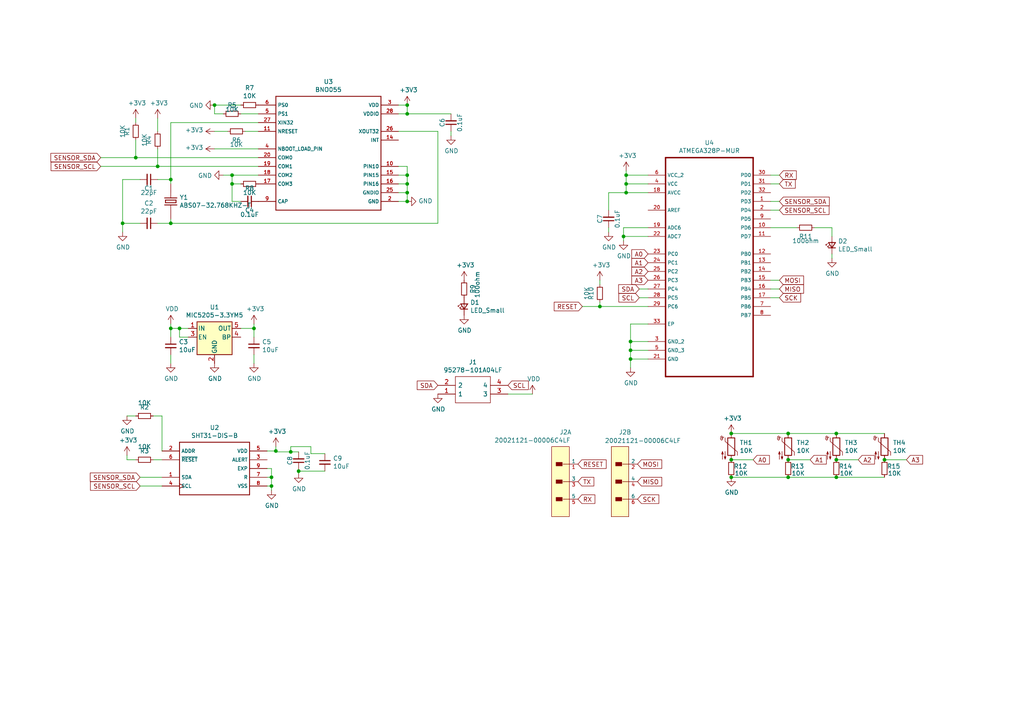
<source format=kicad_sch>
(kicad_sch (version 20200714) (host eeschema "(5.99.0-2415-gbbdd3fce7)")
  (page 1 1)
  (paper "A4")
  (title_block (title "Vine Sensing Hoop") (date "2020-07-25") (rev "1"))
  (lib_symbols
    (symbol "6pin:20021121-00006C4LF" (pin_names (offset 0))
      (property "Reference" "J" (at 0 7.62 0))
      (property "Value" "20021121-00006C4LF" (at 0 10.16 0))
      (symbol "20021121-00006C4LF_1_1"
        (rectangle (start -10.16 5.08) (end -5.08 -15.24) (fill (type background)))
        (rectangle (start -8.89 0.508) (end -7.112 -0.508) (fill (type outline)))
        (rectangle (start -8.89 -4.572) (end -7.112 -5.588) (fill (type outline)))
        (rectangle (start -8.89 -9.652) (end -7.112 -10.668) (fill (type outline)))
        (polyline (pts (xy -6.858 0) (xy -5.08 0)))
        (polyline (pts (xy -6.858 -5.08) (xy -5.08 -5.08)))
        (polyline (pts (xy -6.858 -10.16) (xy -5.08 -10.16)))
        (pin passive line (at -2.54 0 180) (length 2.54) (name "1") (number "1"))
        (pin passive line (at -2.54 -5.08 180) (length 2.54) (name "3") (number "3"))
        (pin passive line (at -2.54 -10.16 180) (length 2.54) (name "5") (number "5"))
      )
      (symbol "20021121-00006C4LF_2_1"
        (rectangle (start -10.16 5.08) (end -5.08 -15.24) (fill (type background)))
        (rectangle (start -8.89 0.508) (end -7.112 -0.508) (fill (type outline)))
        (rectangle (start -8.89 -4.572) (end -7.112 -5.588) (fill (type outline)))
        (rectangle (start -8.89 -9.652) (end -7.112 -10.668) (fill (type outline)))
        (polyline (pts (xy -6.858 0) (xy -5.08 0)))
        (polyline (pts (xy -6.858 -5.08) (xy -5.08 -5.08)))
        (polyline (pts (xy -6.858 -10.16) (xy -5.08 -10.16)))
        (pin passive line (at -2.54 0 180) (length 2.54) (name "2") (number "2"))
        (pin passive line (at -2.54 -5.08 180) (length 2.54) (name "4") (number "4"))
        (pin passive line (at -2.54 -10.16 180) (length 2.54) (name "6") (number "6"))
      )
    )
    (symbol "95278-101A04LF:95278-101A04LF" (pin_names (offset 0.762))
      (property "Reference" "J" (at 16.51 7.62 0))
      (property "Value" "95278-101A04LF" (at 16.51 5.08 0))
      (symbol "95278-101A04LF_0_1"
        (polyline (pts (xy 5.08 2.54) (xy 15.24 2.54) (xy 15.24 -5.08) (xy 5.08 -5.08) (xy 5.08 2.54)) (stroke (width 0.1524)))
      )
      (symbol "95278-101A04LF_0_0"
        (pin passive line (at 0 -2.54 0) (length 5.08) (name "1") (number "1"))
        (pin passive line (at 0 0 0) (length 5.08) (name "2") (number "2"))
        (pin passive line (at 20.32 -2.54 180) (length 5.08) (name "3") (number "3"))
        (pin passive line (at 20.32 0 180) (length 5.08) (name "4") (number "4"))
      )
    )
    (symbol "ABS07-32.768KHZ-T:ABS07-32.768KHZ-T" (pin_numbers hide) (pin_names hide)
      (property "Reference" "Y" (at -4.826 2.54 0))
      (property "Value" "ABS07-32.768KHZ-T" (at -4.826 -4.064 0))
      (symbol "ABS07-32.768KHZ-T_0_0"
        (polyline (pts (xy 1.016 0) (xy 2.54 0)) (stroke (width 0.1524)))
        (polyline (pts (xy -2.54 0) (xy -1.016 0)) (stroke (width 0.1524)))
        (polyline (pts (xy -0.381 1.524) (xy -0.381 -1.524)) (stroke (width 0.254)))
        (polyline (pts (xy -0.381 -1.524) (xy 0.381 -1.524)) (stroke (width 0.254)))
        (polyline (pts (xy 0.381 -1.524) (xy 0.381 1.524)) (stroke (width 0.254)))
        (polyline (pts (xy 0.381 1.524) (xy -0.381 1.524)) (stroke (width 0.254)))
        (polyline (pts (xy 1.016 1.778) (xy 1.016 -1.778)) (stroke (width 0.254)))
        (polyline (pts (xy -1.016 1.778) (xy -1.016 -1.778)) (stroke (width 0.254)))
        (pin passive line (at 5.08 0 180) (length 2.54) (name "~") (number "2"))
        (pin passive line (at -5.08 0 0) (length 2.54) (name "~") (number "1"))
      )
    )
    (symbol "ATMEGA328P-MUR:ATMEGA328P-MUR"
      (property "Reference" "U" (at -5.6388 28.7528 0))
      (property "Value" "ATMEGA328P-MUR" (at -3.9116 -38.735 0))
      (symbol "ATMEGA328P-MUR_0_0"
        (polyline (pts (xy -12.7 27.94) (xy -12.7 -35.56)) (stroke (width 0.4064)))
        (polyline (pts (xy -12.7 -35.56) (xy 12.7 -35.56)) (stroke (width 0.4064)))
        (polyline (pts (xy 12.7 -35.56) (xy 12.7 27.94)) (stroke (width 0.4064)))
        (polyline (pts (xy 12.7 27.94) (xy -12.7 27.94)) (stroke (width 0.4064)))
        (pin power_in line (at -17.78 22.86 0) (length 5.08) (name "VCC_2") (number "6"))
        (pin power_in line (at -17.78 20.32 0) (length 5.08) (name "VCC") (number "4"))
        (pin power_in line (at -17.78 17.78 0) (length 5.08) (name "AVCC") (number "18"))
        (pin input line (at -17.78 12.7 0) (length 5.08) (name "AREF") (number "20"))
        (pin input line (at -17.78 7.62 0) (length 5.08) (name "ADC6") (number "19"))
        (pin input line (at -17.78 5.08 0) (length 5.08) (name "ADC7") (number "22"))
        (pin bidirectional line (at -17.78 0 0) (length 5.08) (name "PC0") (number "23"))
        (pin bidirectional line (at -17.78 -2.54 0) (length 5.08) (name "PC1") (number "24"))
        (pin bidirectional line (at -17.78 -5.08 0) (length 5.08) (name "PC2") (number "25"))
        (pin bidirectional line (at -17.78 -7.62 0) (length 5.08) (name "PC3") (number "26"))
        (pin bidirectional line (at -17.78 -10.16 0) (length 5.08) (name "PC4") (number "27"))
        (pin bidirectional line (at -17.78 -12.7 0) (length 5.08) (name "PC5") (number "28"))
        (pin bidirectional line (at -17.78 -15.24 0) (length 5.08) (name "PC6") (number "29"))
        (pin passive line (at -17.78 -20.32 0) (length 5.08) (name "EP") (number "33"))
        (pin passive line (at -17.78 -25.4 0) (length 5.08) (name "GND_2") (number "3"))
        (pin passive line (at -17.78 -27.94 0) (length 5.08) (name "GND_3") (number "5"))
        (pin passive line (at -17.78 -30.48 0) (length 5.08) (name "GND") (number "21"))
        (pin bidirectional line (at 17.78 22.86 180) (length 5.08) (name "PD0") (number "30"))
        (pin bidirectional line (at 17.78 20.32 180) (length 5.08) (name "PD1") (number "31"))
        (pin bidirectional line (at 17.78 17.78 180) (length 5.08) (name "PD2") (number "32"))
        (pin bidirectional line (at 17.78 15.24 180) (length 5.08) (name "PD3") (number "1"))
        (pin bidirectional line (at 17.78 12.7 180) (length 5.08) (name "PD4") (number "2"))
        (pin bidirectional line (at 17.78 10.16 180) (length 5.08) (name "PD5") (number "9"))
        (pin bidirectional line (at 17.78 7.62 180) (length 5.08) (name "PD6") (number "10"))
        (pin bidirectional line (at 17.78 5.08 180) (length 5.08) (name "PD7") (number "11"))
        (pin bidirectional line (at 17.78 0 180) (length 5.08) (name "PB0") (number "12"))
        (pin bidirectional line (at 17.78 -2.54 180) (length 5.08) (name "PB1") (number "13"))
        (pin bidirectional line (at 17.78 -5.08 180) (length 5.08) (name "PB2") (number "14"))
        (pin bidirectional line (at 17.78 -7.62 180) (length 5.08) (name "PB3") (number "15"))
        (pin bidirectional line (at 17.78 -10.16 180) (length 5.08) (name "PB4") (number "16"))
        (pin bidirectional line (at 17.78 -12.7 180) (length 5.08) (name "PB5") (number "17"))
        (pin bidirectional line (at 17.78 -15.24 180) (length 5.08) (name "PB6") (number "7"))
        (pin bidirectional line (at 17.78 -17.78 180) (length 5.08) (name "PB7") (number "8"))
      )
    )
    (symbol "BNO055:BNO055"
      (property "Reference" "U" (at -14.732 15.748 0))
      (property "Value" "BNO055" (at -14.7574 -19.6088 0))
      (symbol "BNO055_0_0"
        (polyline (pts (xy -15.24 15.24) (xy -15.24 -17.78)) (stroke (width 0.254)))
        (polyline (pts (xy -15.24 -17.78) (xy 15.24 -17.78)) (stroke (width 0.254)))
        (polyline (pts (xy 15.24 -17.78) (xy 15.24 15.24)) (stroke (width 0.254)))
        (polyline (pts (xy 15.24 15.24) (xy -15.24 15.24)) (stroke (width 0.254)))
        (pin power_in line (at 20.32 -15.24 180) (length 5.08) (name "GND") (number "2"))
        (pin power_in line (at 20.32 12.7 180) (length 5.08) (name "VDD") (number "3"))
        (pin bidirectional line (at -20.32 0 0) (length 5.08) (name "NBOOT_LOAD_PIN") (number "4"))
        (pin input line (at -20.32 12.7 0) (length 5.08) (name "PS0") (number "6"))
        (pin input line (at -20.32 10.16 0) (length 5.08) (name "PS1") (number "5"))
        (pin passive line (at -20.32 -15.24 0) (length 5.08) (name "CAP") (number "9"))
        (pin power_in line (at 20.32 -5.08 180) (length 5.08) (name "PIN10") (number "10"))
        (pin input line (at -20.32 5.08 0) (length 5.08) (name "NRESET") (number "11"))
        (pin output line (at 20.32 2.54 180) (length 5.08) (name "INT") (number "14"))
        (pin power_in line (at 20.32 -7.62 180) (length 5.08) (name "PIN15") (number "15"))
        (pin power_in line (at 20.32 -10.16 180) (length 5.08) (name "PIN16") (number "16"))
        (pin bidirectional line (at -20.32 -2.54 0) (length 5.08) (name "COM0") (number "20"))
        (pin bidirectional line (at -20.32 -5.08 0) (length 5.08) (name "COM1") (number "19"))
        (pin bidirectional line (at -20.32 -7.62 0) (length 5.08) (name "COM2") (number "18"))
        (pin bidirectional line (at -20.32 -10.16 0) (length 5.08) (name "COM3") (number "17"))
        (pin power_in line (at 20.32 -12.7 180) (length 5.08) (name "GNDIO") (number "25"))
        (pin output line (at 20.32 5.08 180) (length 5.08) (name "XOUT32") (number "26"))
        (pin input line (at -20.32 7.62 0) (length 5.08) (name "XIN32") (number "27"))
        (pin power_in line (at 20.32 10.16 180) (length 5.08) (name "VDDIO") (number "28"))
      )
    )
    (symbol "Device:C_Small" (pin_numbers hide) (pin_names (offset 0.254) hide)
      (property "Reference" "C" (at 0.254 1.778 0))
      (property "Value" "C_Small" (at 0.254 -2.032 0))
      (symbol "C_Small_0_1"
        (polyline (pts (xy -1.524 -0.508) (xy 1.524 -0.508)) (stroke (width 0.3302)))
        (polyline (pts (xy -1.524 0.508) (xy 1.524 0.508)) (stroke (width 0.3048)))
      )
      (symbol "C_Small_1_1"
        (pin passive line (at 0 2.54 270) (length 2.032) (name "~") (number "1"))
        (pin passive line (at 0 -2.54 90) (length 2.032) (name "~") (number "2"))
      )
    )
    (symbol "Device:LED_Small" (pin_numbers hide) (pin_names (offset 0.254) hide)
      (property "Reference" "D" (at -1.27 3.175 0))
      (property "Value" "LED_Small" (at -4.445 -2.54 0))
      (symbol "LED_Small_0_1"
        (polyline (pts (xy -0.762 -1.016) (xy -0.762 1.016)) (stroke (width 0.254)))
        (polyline (pts (xy 1.016 0) (xy -0.762 0)))
        (polyline (pts (xy 0.762 -1.016) (xy -0.762 0) (xy 0.762 1.016) (xy 0.762 -1.016)) (stroke (width 0.254)))
        (polyline (pts (xy 0 0.762) (xy -0.508 1.27) (xy -0.254 1.27) (xy -0.508 1.27) (xy -0.508 1.016)))
        (polyline (pts (xy 0.508 1.27) (xy 0 1.778) (xy 0.254 1.778) (xy 0 1.778) (xy 0 1.524)))
      )
      (symbol "LED_Small_1_1"
        (pin passive line (at -2.54 0 0) (length 1.778) (name "K") (number "1"))
        (pin passive line (at 2.54 0 180) (length 1.778) (name "A") (number "2"))
      )
    )
    (symbol "Device:R_Small" (pin_numbers hide) (pin_names (offset 0.254) hide)
      (property "Reference" "R" (at 0.762 0.508 0))
      (property "Value" "R_Small" (at 0.762 -1.016 0))
      (symbol "R_Small_0_1"
        (rectangle (start -0.762 1.778) (end 0.762 -1.778) (stroke (width 0.2032)))
      )
      (symbol "R_Small_1_1"
        (pin passive line (at 0 2.54 270) (length 0.762) (name "~") (number "1"))
        (pin passive line (at 0 -2.54 90) (length 0.762) (name "~") (number "2"))
      )
    )
    (symbol "Device:Thermistor_NTC" (pin_numbers hide) (pin_names (offset 0))
      (property "Reference" "TH" (at -4.445 0 90))
      (property "Value" "Thermistor_NTC" (at 3.175 0 90))
      (symbol "Thermistor_NTC_0_1"
        (arc (start -3.048 2.159) (end -3.175 2.413) (radius (at -3.2004 2.2352) (length 0.1778) (angles -26.5 81.8)))
        (arc (start -3.048 2.159) (end -2.794 1.905) (radius (at -2.794 2.159) (length 0.254) (angles 180 -90)))
        (arc (start -2.794 1.905) (end -2.54 2.159) (radius (at -2.794 2.159) (length 0.254) (angles -90 0)))
        (arc (start -2.54 2.794) (end -2.794 3.048) (radius (at -2.794 2.794) (length 0.254) (angles 0 90)))
        (arc (start -2.794 3.048) (end -3.048 2.794) (radius (at -2.794 2.794) (length 0.254) (angles 90 180)))
        (arc (start -3.048 2.794) (end -2.794 2.54) (radius (at -2.794 2.794) (length 0.254) (angles 180 -90)))
        (arc (start -2.794 2.54) (end -2.159 2.794) (radius (at -2.6416 3.0226) (length 0.508) (angles -107.5 -25.3)))
        (rectangle (start -1.016 2.54) (end 1.016 -2.54) (stroke (width 0.254)))
        (polyline (pts (xy -2.54 2.159) (xy -2.54 2.794)))
        (polyline (pts (xy -1.778 2.54) (xy -1.778 1.524) (xy 1.778 -1.524) (xy 1.778 -2.54)))
        (polyline (pts (xy -2.54 -3.683) (xy -2.54 -1.397) (xy -2.794 -2.159) (xy -2.286 -2.159) (xy -2.54 -1.397) (xy -2.54 -1.651)) (fill (type outline)))
        (polyline (pts (xy -1.778 -1.397) (xy -1.778 -3.683) (xy -2.032 -2.921) (xy -1.524 -2.921) (xy -1.778 -3.683) (xy -1.778 -3.429)) (fill (type outline)))
      )
      (symbol "Thermistor_NTC_1_1"
        (pin passive line (at 0 3.81 270) (length 1.27) (name "~") (number "1"))
        (pin passive line (at 0 -3.81 90) (length 1.27) (name "~") (number "2"))
      )
    )
    (symbol "Regulator_Linear:MIC5205-3.3YM5" (pin_names (offset 0.254))
      (property "Reference" "U" (at -3.81 5.715 0))
      (property "Value" "MIC5205-3.3YM5" (at 0 5.715 0))
      (symbol "MIC5205-3.3YM5_0_1"
        (rectangle (start -5.08 4.445) (end 5.08 -5.08) (stroke (width 0.254)) (fill (type background)))
      )
      (symbol "MIC5205-3.3YM5_1_1"
        (pin power_in line (at -7.62 2.54 0) (length 2.54) (name "IN") (number "1"))
        (pin power_in line (at 0 -7.62 90) (length 2.54) (name "GND") (number "2"))
        (pin input line (at -7.62 0 0) (length 2.54) (name "EN") (number "3"))
        (pin input line (at 7.62 0 180) (length 2.54) (name "BP") (number "4"))
        (pin power_out line (at 7.62 2.54 180) (length 2.54) (name "OUT") (number "5"))
      )
    )
    (symbol "SHT31-DIS-B:SHT31-DIS-B"
      (property "Reference" "U" (at -10.16 8.128 0))
      (property "Value" "SHT31-DIS-B" (at -10.16 -10.16 0))
      (symbol "SHT31-DIS-B_0_0"
        (polyline (pts (xy -10.16 7.62) (xy 10.16 7.62)) (stroke (width 0.254)))
        (polyline (pts (xy 10.16 7.62) (xy 10.16 -7.62)) (stroke (width 0.254)))
        (polyline (pts (xy 10.16 -7.62) (xy -10.16 -7.62)) (stroke (width 0.254)))
        (polyline (pts (xy -10.16 -7.62) (xy -10.16 7.62)) (stroke (width 0.254)))
        (pin bidirectional line (at -15.24 -2.54 0) (length 5.08) (name "SDA") (number "1"))
        (pin input line (at -15.24 5.08 0) (length 5.08) (name "ADDR") (number "2"))
        (pin bidirectional clock (at -15.24 -5.08 0) (length 5.08) (name "SCL") (number "4"))
        (pin output line (at 15.24 2.54 180) (length 5.08) (name "ALERT") (number "3"))
        (pin power_in line (at 15.24 5.08 180) (length 5.08) (name "VDD") (number "5"))
        (pin input line (at -15.24 2.54 0) (length 5.08) (name "~RESET~") (number "6"))
        (pin power_in line (at 15.24 -2.54 180) (length 5.08) (name "R") (number "7"))
        (pin power_in line (at 15.24 -5.08 180) (length 5.08) (name "VSS") (number "8"))
        (pin power_in line (at 15.24 0 180) (length 5.08) (name "EXP") (number "9"))
      )
    )
    (symbol "power:+3V3" (power) (pin_names (offset 0))
      (property "Value" "+3V3" (at 0 3.556 0))
      (symbol "+3V3_0_1"
        (polyline (pts (xy -0.762 1.27) (xy 0 2.54)))
        (polyline (pts (xy 0 0) (xy 0 2.54)))
        (polyline (pts (xy 0 2.54) (xy 0.762 1.27)))
      )
      (symbol "+3V3_1_1"
        (pin power_in line (at 0 0 90) (length 0) hide (name "+3V3") (number "1"))
      )
    )
    (symbol "power:GND" (power) (pin_names (offset 0))
      (property "Value" "GND" (at 0 -3.81 0))
      (symbol "GND_0_1"
        (polyline (pts (xy 0 0) (xy 0 -1.27) (xy 1.27 -1.27) (xy 0 -2.54) (xy -1.27 -1.27) (xy 0 -1.27)))
      )
      (symbol "GND_1_1"
        (pin power_in line (at 0 0 270) (length 0) hide (name "GND") (number "1"))
      )
    )
    (symbol "power:VDD" (power) (pin_names (offset 0))
      (property "Value" "VDD" (at 0 3.81 0))
      (symbol "VDD_0_1"
        (polyline (pts (xy -0.762 1.27) (xy 0 2.54)))
        (polyline (pts (xy 0 0) (xy 0 2.54)))
        (polyline (pts (xy 0 2.54) (xy 0.762 1.27)))
      )
      (symbol "VDD_1_1"
        (pin power_in line (at 0 0 90) (length 0) hide (name "VDD") (number "1"))
      )
    )
  )
  (junction (at 35.56 64.77))
  (junction (at 39.37 45.72))
  (junction (at 45.72 48.26))
  (junction (at 49.53 52.07))
  (junction (at 49.53 64.77))
  (junction (at 49.53 95.25))
  (junction (at 52.07 95.25))
  (junction (at 62.23 30.48))
  (junction (at 67.31 50.8))
  (junction (at 67.31 53.34))
  (junction (at 73.66 95.25))
  (junction (at 78.74 138.43))
  (junction (at 78.74 140.97))
  (junction (at 80.01 130.81))
  (junction (at 84.328 131.064))
  (junction (at 86.614 136.652))
  (junction (at 118.11 30.48))
  (junction (at 118.11 33.02))
  (junction (at 118.11 50.8))
  (junction (at 118.11 53.34))
  (junction (at 118.11 55.88))
  (junction (at 118.11 58.42))
  (junction (at 173.99 88.9))
  (junction (at 180.848 68.58))
  (junction (at 181.61 50.8))
  (junction (at 181.61 53.34))
  (junction (at 181.61 55.88))
  (junction (at 182.88 99.06))
  (junction (at 182.88 101.6))
  (junction (at 182.88 104.14))
  (junction (at 212.09 125.73))
  (junction (at 212.09 133.35))
  (junction (at 212.09 138.43))
  (junction (at 228.6 125.73))
  (junction (at 228.6 133.35))
  (junction (at 228.6 138.43))
  (junction (at 242.57 125.73))
  (junction (at 242.57 133.35))
  (junction (at 242.57 138.43))
  (junction (at 256.54 133.35))
  (wire (pts (xy 29.21 45.72) (xy 39.37 45.72)))
  (wire (pts (xy 29.21 48.26) (xy 45.72 48.26)))
  (wire (pts (xy 35.56 52.07) (xy 35.56 64.77)))
  (wire (pts (xy 35.56 64.77) (xy 35.56 67.31)))
  (wire (pts (xy 36.83 120.65) (xy 39.37 120.65)))
  (wire (pts (xy 36.83 133.35) (xy 36.83 132.08)))
  (wire (pts (xy 39.37 34.29) (xy 39.37 35.56)))
  (wire (pts (xy 39.37 40.64) (xy 39.37 45.72)))
  (wire (pts (xy 39.37 45.72) (xy 74.93 45.72)))
  (wire (pts (xy 39.37 133.35) (xy 36.83 133.35)))
  (wire (pts (xy 40.64 52.07) (xy 35.56 52.07)))
  (wire (pts (xy 40.64 64.77) (xy 35.56 64.77)))
  (wire (pts (xy 44.45 120.65) (xy 46.99 120.65)))
  (wire (pts (xy 45.72 34.29) (xy 45.72 38.1)))
  (wire (pts (xy 45.72 43.18) (xy 45.72 48.26)))
  (wire (pts (xy 45.72 48.26) (xy 74.93 48.26)))
  (wire (pts (xy 45.72 52.07) (xy 49.53 52.07)))
  (wire (pts (xy 45.72 64.77) (xy 49.53 64.77)))
  (wire (pts (xy 46.99 120.65) (xy 46.99 130.81)))
  (wire (pts (xy 46.99 133.35) (xy 44.45 133.35)))
  (wire (pts (xy 46.99 138.43) (xy 40.64 138.43)))
  (wire (pts (xy 46.99 140.97) (xy 40.64 140.97)))
  (wire (pts (xy 49.53 35.56) (xy 49.53 52.07)))
  (wire (pts (xy 49.53 52.07) (xy 49.53 53.34)))
  (wire (pts (xy 49.53 63.5) (xy 49.53 64.77)))
  (wire (pts (xy 49.53 64.77) (xy 127 64.77)))
  (wire (pts (xy 49.53 95.25) (xy 49.53 93.98)))
  (wire (pts (xy 49.53 97.79) (xy 49.53 95.25)))
  (wire (pts (xy 49.53 102.87) (xy 49.53 105.41)))
  (wire (pts (xy 52.07 95.25) (xy 49.53 95.25)))
  (wire (pts (xy 52.07 97.79) (xy 52.07 95.25)))
  (wire (pts (xy 54.61 95.25) (xy 52.07 95.25)))
  (wire (pts (xy 54.61 97.79) (xy 52.07 97.79)))
  (wire (pts (xy 62.23 33.02) (xy 62.23 30.48)))
  (wire (pts (xy 64.77 33.02) (xy 62.23 33.02)))
  (wire (pts (xy 66.04 38.1) (xy 62.23 38.1)))
  (wire (pts (xy 67.31 50.8) (xy 64.77 50.8)))
  (wire (pts (xy 67.31 53.34) (xy 67.31 50.8)))
  (wire (pts (xy 67.31 58.42) (xy 67.31 53.34)))
  (wire (pts (xy 69.85 30.48) (xy 62.23 30.48)))
  (wire (pts (xy 69.85 33.02) (xy 74.93 33.02)))
  (wire (pts (xy 69.85 53.34) (xy 67.31 53.34)))
  (wire (pts (xy 69.85 58.42) (xy 67.31 58.42)))
  (wire (pts (xy 69.85 95.25) (xy 73.66 95.25)))
  (wire (pts (xy 73.66 95.25) (xy 73.66 93.98)))
  (wire (pts (xy 73.66 97.79) (xy 73.66 95.25)))
  (wire (pts (xy 73.66 102.87) (xy 73.66 105.41)))
  (wire (pts (xy 74.93 35.56) (xy 49.53 35.56)))
  (wire (pts (xy 74.93 38.1) (xy 71.12 38.1)))
  (wire (pts (xy 74.93 43.18) (xy 62.23 43.18)))
  (wire (pts (xy 74.93 50.8) (xy 67.31 50.8)))
  (wire (pts (xy 77.47 130.81) (xy 80.01 130.81)))
  (wire (pts (xy 77.47 135.89) (xy 78.74 135.89)))
  (wire (pts (xy 77.47 138.43) (xy 78.74 138.43)))
  (wire (pts (xy 77.47 140.97) (xy 78.74 140.97)))
  (wire (pts (xy 78.74 135.89) (xy 78.74 138.43)))
  (wire (pts (xy 78.74 138.43) (xy 78.74 140.97)))
  (wire (pts (xy 78.74 140.97) (xy 78.74 142.24)))
  (wire (pts (xy 80.01 130.81) (xy 80.01 129.54)))
  (wire (pts (xy 80.01 131.064) (xy 80.01 130.81)))
  (wire (pts (xy 84.328 129.54) (xy 84.328 131.064)))
  (wire (pts (xy 84.328 131.064) (xy 80.01 131.064)))
  (wire (pts (xy 86.614 131.064) (xy 84.328 131.064)))
  (wire (pts (xy 86.614 136.144) (xy 86.614 136.652)))
  (wire (pts (xy 86.614 136.652) (xy 86.614 137.414)))
  (wire (pts (xy 86.614 136.652) (xy 94.234 136.652)))
  (wire (pts (xy 90.17 129.54) (xy 84.328 129.54)))
  (wire (pts (xy 90.17 131.572) (xy 90.17 129.54)))
  (wire (pts (xy 94.234 131.572) (xy 90.17 131.572)))
  (wire (pts (xy 115.57 30.48) (xy 118.11 30.48)))
  (wire (pts (xy 115.57 33.02) (xy 118.11 33.02)))
  (wire (pts (xy 115.57 38.1) (xy 127 38.1)))
  (wire (pts (xy 115.57 48.26) (xy 118.11 48.26)))
  (wire (pts (xy 115.57 50.8) (xy 118.11 50.8)))
  (wire (pts (xy 115.57 53.34) (xy 118.11 53.34)))
  (wire (pts (xy 115.57 55.88) (xy 118.11 55.88)))
  (wire (pts (xy 115.57 58.42) (xy 118.11 58.42)))
  (wire (pts (xy 118.11 33.02) (xy 118.11 30.48)))
  (wire (pts (xy 118.11 33.02) (xy 130.81 33.02)))
  (wire (pts (xy 118.11 48.26) (xy 118.11 50.8)))
  (wire (pts (xy 118.11 50.8) (xy 118.11 53.34)))
  (wire (pts (xy 118.11 53.34) (xy 118.11 55.88)))
  (wire (pts (xy 118.11 55.88) (xy 118.11 58.42)))
  (wire (pts (xy 127 64.77) (xy 127 38.1)))
  (wire (pts (xy 130.81 38.1) (xy 130.81 39.37)))
  (wire (pts (xy 147.32 114.3) (xy 154.432 114.3)))
  (wire (pts (xy 173.99 82.55) (xy 173.99 81.28)))
  (wire (pts (xy 173.99 87.63) (xy 173.99 88.9)))
  (wire (pts (xy 173.99 88.9) (xy 168.91 88.9)))
  (wire (pts (xy 176.53 55.88) (xy 176.53 60.96)))
  (wire (pts (xy 176.53 66.04) (xy 176.53 67.31)))
  (wire (pts (xy 180.848 66.04) (xy 180.848 68.58)))
  (wire (pts (xy 180.848 68.58) (xy 187.96 68.58)))
  (wire (pts (xy 180.848 69.85) (xy 180.848 68.58)))
  (wire (pts (xy 181.61 49.53) (xy 181.61 50.8)))
  (wire (pts (xy 181.61 50.8) (xy 181.61 53.34)))
  (wire (pts (xy 181.61 50.8) (xy 187.96 50.8)))
  (wire (pts (xy 181.61 53.34) (xy 181.61 55.88)))
  (wire (pts (xy 181.61 53.34) (xy 187.96 53.34)))
  (wire (pts (xy 181.61 55.88) (xy 176.53 55.88)))
  (wire (pts (xy 181.61 55.88) (xy 187.96 55.88)))
  (wire (pts (xy 182.88 93.98) (xy 182.88 99.06)))
  (wire (pts (xy 182.88 99.06) (xy 182.88 101.6)))
  (wire (pts (xy 182.88 101.6) (xy 182.88 104.14)))
  (wire (pts (xy 182.88 104.14) (xy 182.88 106.68)))
  (wire (pts (xy 187.96 66.04) (xy 180.848 66.04)))
  (wire (pts (xy 187.96 83.82) (xy 185.42 83.82)))
  (wire (pts (xy 187.96 86.36) (xy 185.42 86.36)))
  (wire (pts (xy 187.96 88.9) (xy 173.99 88.9)))
  (wire (pts (xy 187.96 93.98) (xy 182.88 93.98)))
  (wire (pts (xy 187.96 99.06) (xy 182.88 99.06)))
  (wire (pts (xy 187.96 101.6) (xy 182.88 101.6)))
  (wire (pts (xy 187.96 104.14) (xy 182.88 104.14)))
  (wire (pts (xy 212.09 125.73) (xy 228.6 125.73)))
  (wire (pts (xy 212.09 133.35) (xy 218.44 133.35)))
  (wire (pts (xy 212.09 138.43) (xy 228.6 138.43)))
  (wire (pts (xy 223.52 50.8) (xy 226.06 50.8)))
  (wire (pts (xy 223.52 53.34) (xy 226.06 53.34)))
  (wire (pts (xy 223.52 58.42) (xy 226.06 58.42)))
  (wire (pts (xy 223.52 60.96) (xy 226.06 60.96)))
  (wire (pts (xy 223.52 66.04) (xy 231.14 66.04)))
  (wire (pts (xy 223.52 81.28) (xy 226.06 81.28)))
  (wire (pts (xy 223.52 83.82) (xy 226.06 83.82)))
  (wire (pts (xy 223.52 86.36) (xy 226.06 86.36)))
  (wire (pts (xy 228.6 125.73) (xy 242.57 125.73)))
  (wire (pts (xy 228.6 133.35) (xy 234.95 133.35)))
  (wire (pts (xy 228.6 138.43) (xy 242.57 138.43)))
  (wire (pts (xy 236.22 66.04) (xy 241.3 66.04)))
  (wire (pts (xy 241.3 66.04) (xy 241.3 68.58)))
  (wire (pts (xy 241.3 73.66) (xy 241.3 74.93)))
  (wire (pts (xy 242.57 125.73) (xy 256.54 125.73)))
  (wire (pts (xy 242.57 133.35) (xy 248.92 133.35)))
  (wire (pts (xy 242.57 138.43) (xy 256.54 138.43)))
  (wire (pts (xy 256.54 133.35) (xy 262.89 133.35)))
  (global_label "SENSOR_SDA" (shape input) (at 29.21 45.72 180))
  (global_label "SENSOR_SCL" (shape input) (at 29.21 48.26 180))
  (global_label "SENSOR_SDA" (shape input) (at 40.64 138.43 180))
  (global_label "SENSOR_SCL" (shape input) (at 40.64 140.97 180))
  (global_label "SDA" (shape input) (at 127 111.76 180))
  (global_label "SCL" (shape input) (at 147.32 111.76 0))
  (global_label "RESET" (shape input) (at 167.64 134.62 0))
  (global_label "TX" (shape input) (at 167.64 139.7 0))
  (global_label "RX" (shape input) (at 167.64 144.78 0))
  (global_label "RESET" (shape input) (at 168.91 88.9 180))
  (global_label "MOSI" (shape input) (at 184.912 134.62 0))
  (global_label "MISO" (shape input) (at 184.912 139.7 0))
  (global_label "SCK" (shape input) (at 184.912 144.78 0))
  (global_label "SDA" (shape input) (at 185.42 83.82 180))
  (global_label "SCL" (shape input) (at 185.42 86.36 180))
  (global_label "A0" (shape input) (at 187.96 73.66 180))
  (global_label "A1" (shape input) (at 187.96 76.2 180))
  (global_label "A2" (shape input) (at 187.96 78.74 180))
  (global_label "A3" (shape input) (at 187.96 81.28 180))
  (global_label "A0" (shape input) (at 218.44 133.35 0))
  (global_label "RX" (shape input) (at 226.06 50.8 0))
  (global_label "TX" (shape input) (at 226.06 53.34 0))
  (global_label "SENSOR_SDA" (shape input) (at 226.06 58.42 0))
  (global_label "SENSOR_SCL" (shape input) (at 226.06 60.96 0))
  (global_label "MOSI" (shape input) (at 226.06 81.28 0))
  (global_label "MISO" (shape input) (at 226.06 83.82 0))
  (global_label "SCK" (shape input) (at 226.06 86.36 0))
  (global_label "A1" (shape input) (at 234.95 133.35 0))
  (global_label "A2" (shape input) (at 248.92 133.35 0))
  (global_label "A3" (shape input) (at 262.89 133.35 0))
  (symbol (lib_id "power:+3V3") (at 36.83 132.08 0) (unit 1)
    (property "Reference" "#PWR03" (effects hide))
    (property "Value" "+3V3" (at 37.211 127.6858 0))
  )
  (symbol (lib_id "power:+3V3") (at 39.37 34.29 0) (unit 1)
    (property "Reference" "#PWR04" (effects hide))
    (property "Value" "+3V3" (at 39.751 29.8958 0))
  )
  (symbol (lib_id "power:+3V3") (at 45.72 34.29 0) (unit 1)
    (property "Reference" "#PWR05" (effects hide))
    (property "Value" "+3V3" (at 46.101 29.8958 0))
  )
  (symbol (lib_id "power:VDD") (at 49.53 93.98 0) (unit 1)
    (property "Reference" "#PWR06" (effects hide))
    (property "Value" "VDD" (at 49.911 89.5858 0))
  )
  (symbol (lib_id "power:+3V3") (at 62.23 38.1 90) (unit 1)
    (property "Reference" "#PWR09" (effects hide))
    (property "Value" "+3V3" (at 58.9788 37.719 90) (effects (justify left)))
  )
  (symbol (lib_id "power:+3V3") (at 62.23 43.18 90) (unit 1)
    (property "Reference" "#PWR010" (effects hide))
    (property "Value" "+3V3" (at 58.9788 42.799 90) (effects (justify left)))
  )
  (symbol (lib_id "power:+3V3") (at 73.66 93.98 0) (unit 1)
    (property "Reference" "#PWR013" (effects hide))
    (property "Value" "+3V3" (at 74.041 89.5858 0))
  )
  (symbol (lib_id "power:+3V3") (at 80.01 129.54 0) (unit 1)
    (property "Reference" "#PWR016" (effects hide))
    (property "Value" "+3V3" (at 80.391 125.1458 0))
  )
  (symbol (lib_id "power:+3V3") (at 118.11 30.48 0) (unit 1)
    (property "Reference" "#PWR017" (effects hide))
    (property "Value" "+3V3" (at 118.491 26.0858 0))
  )
  (symbol (lib_id "power:+3V3") (at 134.62 81.28 0) (unit 1)
    (property "Reference" "#PWR021" (effects hide))
    (property "Value" "+3V3" (at 135.001 76.8858 0))
  )
  (symbol (lib_id "power:VDD") (at 154.432 114.3 0) (unit 1)
    (property "Reference" "#PWR023" (effects hide))
    (property "Value" "VDD" (at 154.813 109.9058 0))
  )
  (symbol (lib_id "power:+3V3") (at 173.99 81.28 0) (unit 1)
    (property "Reference" "#PWR024" (effects hide))
    (property "Value" "+3V3" (at 174.371 76.8858 0))
  )
  (symbol (lib_id "power:+3V3") (at 181.61 49.53 0) (unit 1)
    (property "Reference" "#PWR027" (effects hide))
    (property "Value" "+3V3" (at 181.991 45.1358 0))
  )
  (symbol (lib_id "power:+3V3") (at 212.09 125.73 0) (unit 1)
    (property "Reference" "#PWR029" (effects hide))
    (property "Value" "+3V3" (at 212.471 121.3358 0))
  )
  (symbol (lib_id "power:GND") (at 35.56 67.31 0) (unit 1)
    (property "Reference" "#PWR01" (effects hide))
    (property "Value" "GND" (at 35.687 71.7042 0))
  )
  (symbol (lib_id "power:GND") (at 36.83 120.65 0) (unit 1)
    (property "Reference" "#PWR02" (effects hide))
    (property "Value" "GND" (at 36.957 125.0442 0))
  )
  (symbol (lib_id "power:GND") (at 49.53 105.41 0) (unit 1)
    (property "Reference" "#PWR07" (effects hide))
    (property "Value" "GND" (at 49.657 109.8042 0))
  )
  (symbol (lib_id "power:GND") (at 62.23 30.48 270) (unit 1)
    (property "Reference" "#PWR08" (effects hide))
    (property "Value" "GND" (at 58.9788 30.607 90) (effects (justify right)))
  )
  (symbol (lib_id "power:GND") (at 62.23 105.41 0) (unit 1)
    (property "Reference" "#PWR011" (effects hide))
    (property "Value" "GND" (at 62.357 109.8042 0))
  )
  (symbol (lib_id "power:GND") (at 64.77 50.8 270) (unit 1)
    (property "Reference" "#PWR012" (effects hide))
    (property "Value" "GND" (at 61.5188 50.927 90) (effects (justify right)))
  )
  (symbol (lib_id "power:GND") (at 73.66 105.41 0) (unit 1)
    (property "Reference" "#PWR014" (effects hide))
    (property "Value" "GND" (at 73.787 109.8042 0))
  )
  (symbol (lib_id "power:GND") (at 78.74 142.24 0) (unit 1)
    (property "Reference" "#PWR015" (effects hide))
    (property "Value" "GND" (at 78.867 146.6342 0))
  )
  (symbol (lib_id "power:GND") (at 86.614 137.414 0) (unit 1)
    (property "Reference" "#PWR032" (effects hide))
    (property "Value" "GND" (at 86.741 141.8082 0))
  )
  (symbol (lib_id "power:GND") (at 118.11 58.42 90) (unit 1)
    (property "Reference" "#PWR018" (effects hide))
    (property "Value" "GND" (at 121.3612 58.293 90) (effects (justify right)))
  )
  (symbol (lib_id "power:GND") (at 127 114.3 0) (unit 1)
    (property "Reference" "#PWR019" (effects hide))
    (property "Value" "GND" (at 127.127 118.6942 0))
  )
  (symbol (lib_id "power:GND") (at 130.81 39.37 0) (unit 1)
    (property "Reference" "#PWR020" (effects hide))
    (property "Value" "GND" (at 130.937 43.7642 0))
  )
  (symbol (lib_id "power:GND") (at 134.62 91.44 0) (unit 1)
    (property "Reference" "#PWR022" (effects hide))
    (property "Value" "GND" (at 134.747 95.8342 0))
  )
  (symbol (lib_id "power:GND") (at 176.53 67.31 0) (unit 1)
    (property "Reference" "#PWR025" (effects hide))
    (property "Value" "GND" (at 176.657 71.7042 0))
  )
  (symbol (lib_id "power:GND") (at 180.848 69.85 0) (unit 1)
    (property "Reference" "#PWR026" (effects hide))
    (property "Value" "GND" (at 180.975 74.2442 0))
  )
  (symbol (lib_id "power:GND") (at 182.88 106.68 0) (unit 1)
    (property "Reference" "#PWR028" (effects hide))
    (property "Value" "GND" (at 183.007 111.0742 0))
  )
  (symbol (lib_id "power:GND") (at 212.09 138.43 0) (unit 1)
    (property "Reference" "#PWR030" (effects hide))
    (property "Value" "GND" (at 212.217 142.8242 0))
  )
  (symbol (lib_id "power:GND") (at 241.3 74.93 0) (unit 1)
    (property "Reference" "#PWR031" (effects hide))
    (property "Value" "GND" (at 241.427 79.3242 0))
  )
  (symbol (lib_id "Device:R_Small") (at 39.37 38.1 180) (unit 1)
    (property "Reference" "R1" (at 36.83 38.1 90))
    (property "Value" "10K" (at 35.56 38.1 90))
    (property "Footprint" "Resistor_SMD:R_0603_1608Metric" (effects hide))
  )
  (symbol (lib_id "Device:R_Small") (at 41.91 120.65 90) (unit 1)
    (property "Reference" "R2" (at 41.91 118.11 90))
    (property "Value" "10K" (at 41.91 116.84 90))
    (property "Footprint" "Resistor_SMD:R_0603_1608Metric" (effects hide))
  )
  (symbol (lib_id "Device:R_Small") (at 41.91 133.35 90) (unit 1)
    (property "Reference" "R3" (at 41.91 130.81 90))
    (property "Value" "10K" (at 41.91 129.54 90))
    (property "Footprint" "Resistor_SMD:R_0603_1608Metric" (effects hide))
  )
  (symbol (lib_id "Device:R_Small") (at 45.72 40.64 180) (unit 1)
    (property "Reference" "R4" (at 43.18 40.64 90))
    (property "Value" "10K" (at 41.91 40.64 90))
    (property "Footprint" "Resistor_SMD:R_0603_1608Metric" (effects hide))
  )
  (symbol (lib_id "Device:R_Small") (at 67.31 33.02 270) (unit 1)
    (property "Reference" "R5" (at 67.31 30.48 90))
    (property "Value" "10K" (at 67.31 31.75 90))
    (property "Footprint" "Resistor_SMD:R_0603_1608Metric" (effects hide))
  )
  (symbol (lib_id "Device:R_Small") (at 68.58 38.1 270) (unit 1)
    (property "Reference" "R6" (at 68.58 40.64 90))
    (property "Value" "10K" (at 68.58 41.91 90))
    (property "Footprint" "Resistor_SMD:R_0603_1608Metric" (effects hide))
  )
  (symbol (lib_id "Device:R_Small") (at 72.39 30.48 270) (unit 1)
    (property "Reference" "R7" (at 72.39 25.5016 90))
    (property "Value" "10K" (at 72.39 27.813 90))
    (property "Footprint" "Resistor_SMD:R_0603_1608Metric" (effects hide))
  )
  (symbol (lib_id "Device:R_Small") (at 72.39 53.34 270) (unit 1)
    (property "Reference" "R8" (at 72.39 54.61 90))
    (property "Value" "10K" (at 72.39 55.88 90))
    (property "Footprint" "Resistor_SMD:R_0603_1608Metric" (effects hide))
  )
  (symbol (lib_id "Device:R_Small") (at 134.62 83.82 0) (unit 1)
    (property "Reference" "R9" (at 137.16 83.82 90))
    (property "Value" "100ohm" (at 138.43 82.55 90))
    (property "Footprint" "Resistor_SMD:R_0603_1608Metric" (effects hide))
  )
  (symbol (lib_id "Device:R_Small") (at 173.99 85.09 180) (unit 1)
    (property "Reference" "R10" (at 171.45 85.09 90))
    (property "Value" "10K" (at 170.18 85.09 90))
    (property "Footprint" "Resistor_SMD:R_0603_1608Metric" (effects hide))
  )
  (symbol (lib_id "Device:R_Small") (at 212.09 135.89 180) (unit 1)
    (property "Reference" "R12" (at 214.757 135.255 0))
    (property "Value" "10K" (at 215.011 137.287 0))
    (property "Footprint" "Resistor_SMD:R_0603_1608Metric" (effects hide))
  )
  (symbol (lib_id "Device:R_Small") (at 228.6 135.89 180) (unit 1)
    (property "Reference" "R13" (at 231.267 135.255 0))
    (property "Value" "10K" (at 231.521 137.287 0))
    (property "Footprint" "Resistor_SMD:R_0603_1608Metric" (effects hide))
  )
  (symbol (lib_id "Device:R_Small") (at 233.68 66.04 270) (unit 1)
    (property "Reference" "R11" (at 233.68 68.58 90))
    (property "Value" "100ohm" (at 233.68 69.85 90))
    (property "Footprint" "Resistor_SMD:R_0603_1608Metric" (effects hide))
  )
  (symbol (lib_id "Device:R_Small") (at 242.57 135.89 180) (unit 1)
    (property "Reference" "R14" (at 245.237 135.255 0))
    (property "Value" "10K" (at 245.491 137.287 0))
    (property "Footprint" "Resistor_SMD:R_0603_1608Metric" (effects hide))
  )
  (symbol (lib_id "Device:R_Small") (at 256.54 135.89 180) (unit 1)
    (property "Reference" "R15" (at 259.207 135.255 0))
    (property "Value" "10K" (at 259.461 137.287 0))
    (property "Footprint" "Resistor_SMD:R_0603_1608Metric" (effects hide))
  )
  (symbol (lib_id "Device:LED_Small") (at 134.62 88.9 90) (unit 1)
    (property "Reference" "D1" (at 136.398 87.7316 90) (effects (justify right)))
    (property "Value" "LED_Small" (at 136.398 90.043 90) (effects (justify right)))
    (property "Footprint" "LED_SMD:LED_0603_1608Metric" (effects hide))
  )
  (symbol (lib_id "Device:LED_Small") (at 241.3 71.12 90) (unit 1)
    (property "Reference" "D2" (at 243.078 69.9516 90) (effects (justify right)))
    (property "Value" "LED_Small" (at 243.078 72.263 90) (effects (justify right)))
    (property "Footprint" "LED_SMD:LED_0603_1608Metric" (effects hide))
  )
  (symbol (lib_id "Device:C_Small") (at 43.18 52.07 270) (unit 1)
    (property "Reference" "C1" (at 43.18 54.61 90))
    (property "Value" "22pF" (at 43.18 55.88 90))
    (property "Footprint" "Capacitor_SMD:C_0603_1608Metric" (effects hide))
  )
  (symbol (lib_id "Device:C_Small") (at 43.18 64.77 270) (unit 1)
    (property "Reference" "C2" (at 43.18 58.9534 90))
    (property "Value" "22pF" (at 43.18 61.2648 90))
    (property "Footprint" "Capacitor_SMD:C_0603_1608Metric" (effects hide))
  )
  (symbol (lib_id "Device:C_Small") (at 49.53 100.33 0) (unit 1)
    (property "Reference" "C3" (at 51.8668 99.1616 0) (effects (justify left)))
    (property "Value" "10uF" (at 51.8668 101.473 0) (effects (justify left)))
    (property "Footprint" "Capacitor_SMD:C_0603_1608Metric" (effects hide))
  )
  (symbol (lib_id "Device:C_Small") (at 72.39 58.42 270) (unit 1)
    (property "Reference" "C4" (at 72.39 60.96 90))
    (property "Value" "0.1uF" (at 72.39 62.23 90))
    (property "Footprint" "Capacitor_SMD:C_0603_1608Metric" (effects hide))
  )
  (symbol (lib_id "Device:C_Small") (at 73.66 100.33 0) (unit 1)
    (property "Reference" "C5" (at 75.9968 99.1616 0) (effects (justify left)))
    (property "Value" "10uF" (at 75.9968 101.473 0) (effects (justify left)))
    (property "Footprint" "Capacitor_SMD:C_0603_1608Metric" (effects hide))
  )
  (symbol (lib_id "Device:C_Small") (at 86.614 133.604 180) (unit 1)
    (property "Reference" "C8" (at 84.074 133.604 90))
    (property "Value" "0.1uF" (at 89.154 133.604 90))
    (property "Footprint" "Capacitor_SMD:C_0603_1608Metric" (effects hide))
  )
  (symbol (lib_id "Device:C_Small") (at 94.234 134.112 0) (unit 1)
    (property "Reference" "C9" (at 96.5708 132.9436 0) (effects (justify left)))
    (property "Value" "10uF" (at 96.5708 135.255 0) (effects (justify left)))
    (property "Footprint" "Capacitor_SMD:C_0603_1608Metric" (effects hide))
  )
  (symbol (lib_id "Device:C_Small") (at 130.81 35.56 180) (unit 1)
    (property "Reference" "C6" (at 128.27 35.56 90))
    (property "Value" "0.1uF" (at 133.35 35.56 90))
    (property "Footprint" "Capacitor_SMD:C_0603_1608Metric" (effects hide))
  )
  (symbol (lib_id "Device:C_Small") (at 176.53 63.5 180) (unit 1)
    (property "Reference" "C7" (at 173.99 63.5 90))
    (property "Value" "0.1uF" (at 179.07 63.5 90))
    (property "Footprint" "Capacitor_SMD:C_0603_1608Metric" (effects hide))
  )
  (symbol (lib_id "Device:Thermistor_NTC") (at 212.09 129.54 0) (unit 1)
    (property "Reference" "TH1" (at 214.5031 128.3906 0) (effects (justify left)))
    (property "Value" "10K" (at 214.503 130.689 0) (effects (justify left)))
    (property "Footprint" "Resistor_SMD:R_0603_1608Metric" (effects hide))
  )
  (symbol (lib_id "Device:Thermistor_NTC") (at 228.6 129.54 0) (unit 1)
    (property "Reference" "TH2" (at 231.0131 128.3906 0) (effects (justify left)))
    (property "Value" "10K" (at 231.013 130.689 0) (effects (justify left)))
    (property "Footprint" "Resistor_SMD:R_0603_1608Metric" (effects hide))
  )
  (symbol (lib_id "Device:Thermistor_NTC") (at 242.57 129.54 0) (unit 1)
    (property "Reference" "TH3" (at 244.9831 128.3906 0) (effects (justify left)))
    (property "Value" "10K" (at 244.983 130.689 0) (effects (justify left)))
    (property "Footprint" "Resistor_SMD:R_0603_1608Metric" (effects hide))
  )
  (symbol (lib_id "Device:Thermistor_NTC") (at 256.54 129.54 0) (unit 1)
    (property "Reference" "TH4" (at 258.9531 128.3906 0) (effects (justify left)))
    (property "Value" "10K" (at 258.953 130.689 0) (effects (justify left)))
    (property "Footprint" "Resistor_SMD:R_0603_1608Metric" (effects hide))
  )
  (symbol (lib_id "ABS07-32.768KHZ-T:ABS07-32.768KHZ-T") (at 49.53 58.42 270) (unit 1)
    (property "Reference" "Y1" (at 52.07 57.2516 90) (effects (justify left)))
    (property "Value" "ABS07-32.768KHZ-T" (at 52.07 59.563 90) (effects (justify left)))
    (property "Footprint" "ABS07-32.768KHZ-T:XTAL_ABS07-32.768KHZ-T" (effects hide))
    (property "Datasheet" "08.19.15" (effects hide))
    (property "Field4" "Abracon" (effects hide))
    (property "Field5" "Manufacturer Recommendation" (effects hide))
  )
  (symbol (lib_id "6pin:20021121-00006C4LF") (at 170.18 134.62 0) (unit 1)
    (property "Reference" "J2" (at 164.0332 125.349 0))
    (property "Value" "20021121-00006C4LF" (at 154.432 127.7112 0))
    (property "Footprint" "6pin:Amphenol_ICC___FCI-20021121-00006C4LF-MFG" (effects hide))
    (property "Datasheet" "https://cdn.amphenol-icc.com/media/wysiwyg/files/drawing/20021121.pdf" (effects hide))
    (property "automotive" "No" (effects hide))
    (property "category" "Conn" (effects hide))
    (property "contact material" "Gold" (effects hide))
    (property "current rating" "1A" (effects hide))
    (property "device class L1" "Connectors" (effects hide))
    (property "device class L2" "Headers and Wire Housings" (effects hide))
    (property "device class L3" "unset" (effects hide))
    (property "digikey description" "CONN HEADER SMD 6POS 1.27MM" (effects hide))
    (property "digikey part number" "609-3693-1-ND" (effects hide))
    (property "height" "5.7mm" (effects hide))
    (property "is connector" "yes" (effects hide))
    (property "is male" "yes" (effects hide))
    (property "lead free" "Yes" (effects hide))
    (property "library id" "53f828dc43fb73cb" (effects hide))
    (property "manufacturer" "Amphenol ICC / FCI" (effects hide))
    (property "mouser description" "Headers & Wire Housings 6P HDR UNSHRD 1.27x1.27MM BTB SMT" (effects hide))
    (property "mouser part number" "649-202112100006C4LF" (effects hide))
    (property "number of contacts" "6" (effects hide))
    (property "number of rows" "2" (effects hide))
    (property "package" "HDR6" (effects hide))
    (property "pitch" "1.27mm" (effects hide))
    (property "rohs" "Yes" (effects hide))
    (property "temperature range high" "+125°C" (effects hide))
    (property "temperature range low" "-55°C" (effects hide))
    (property "voltage rating" "125V" (effects hide))
  )
  (symbol (lib_id "6pin:20021121-00006C4LF") (at 187.452 134.62 0) (unit 2)
    (property "Reference" "J2" (at 181.3052 125.349 0))
    (property "Value" "20021121-00006C4LF" (at 186.436 127.8128 0))
    (property "Footprint" "6pin:Amphenol_ICC___FCI-20021121-00006C4LF-MFG" (effects hide))
    (property "Datasheet" "https://cdn.amphenol-icc.com/media/wysiwyg/files/drawing/20021121.pdf" (effects hide))
    (property "automotive" "No" (effects hide))
    (property "category" "Conn" (effects hide))
    (property "contact material" "Gold" (effects hide))
    (property "current rating" "1A" (effects hide))
    (property "device class L1" "Connectors" (effects hide))
    (property "device class L2" "Headers and Wire Housings" (effects hide))
    (property "device class L3" "unset" (effects hide))
    (property "digikey description" "CONN HEADER SMD 6POS 1.27MM" (effects hide))
    (property "digikey part number" "609-3693-1-ND" (effects hide))
    (property "height" "5.7mm" (effects hide))
    (property "is connector" "yes" (effects hide))
    (property "is male" "yes" (effects hide))
    (property "lead free" "Yes" (effects hide))
    (property "library id" "53f828dc43fb73cb" (effects hide))
    (property "manufacturer" "Amphenol ICC / FCI" (effects hide))
    (property "mouser description" "Headers & Wire Housings 6P HDR UNSHRD 1.27x1.27MM BTB SMT" (effects hide))
    (property "mouser part number" "649-202112100006C4LF" (effects hide))
    (property "number of contacts" "6" (effects hide))
    (property "number of rows" "2" (effects hide))
    (property "package" "HDR6" (effects hide))
    (property "pitch" "1.27mm" (effects hide))
    (property "rohs" "Yes" (effects hide))
    (property "temperature range high" "+125°C" (effects hide))
    (property "temperature range low" "-55°C" (effects hide))
    (property "voltage rating" "125V" (effects hide))
  )
  (symbol (lib_id "95278-101A04LF:95278-101A04LF") (at 127 111.76 0) (unit 1)
    (property "Reference" "J1" (at 137.16 105.029 0))
    (property "Value" "95278-101A04LF" (at 137.16 107.3404 0))
    (property "Footprint" "4pin:95278101A04LF" (effects hide))
    (property "Datasheet" "http://portal.fciconnect.com/Comergent//fci/drawing/95278.pdf" (effects hide))
    (property "Description" "FCI,Header 4 way unshrouded FCI BergStik Series, Series Number 95278, 2.54mm Pitch 4 Way 2 Row Straight Header, SMT Termination, 3A" (effects hide))
    (property "Height" "9.9" (effects hide))
    (property "Manufacturer_Name" "Amphenol" (effects hide))
    (property "Manufacturer_Part_Number" "95278-101A04LF" (effects hide))
    (property "Arrow Part Number" "95278-101A04LF" (effects hide))
    (property "Arrow Price/Stock" "https://www.arrow.com/en/products/95278-101a04lf/amphenol-fci" (effects hide))
    (property "Mouser Part Number" "649-95278-101A04LF" (effects hide))
    (property "Mouser Price/Stock" "https://www.mouser.co.uk/ProductDetail/Amphenol-FCI/95278-101A04LF?qs=AwD%252BQufC0y78m0ldYrE4wQ%3D%3D" (effects hide))
  )
  (symbol (lib_id "Regulator_Linear:MIC5205-3.3YM5") (at 62.23 97.79 0) (unit 1)
    (property "Reference" "U1" (at 62.23 89.1032 0))
    (property "Value" "MIC5205-3.3YM5" (at 62.23 91.4146 0))
    (property "Footprint" "Package_TO_SOT_SMD:SOT-23-5" (effects hide))
    (property "Datasheet" "http://ww1.microchip.com/downloads/en/DeviceDoc/20005785A.pdf" (effects hide))
  )
  (symbol (lib_id "SHT31-DIS-B:SHT31-DIS-B") (at 62.23 135.89 0) (unit 1)
    (property "Reference" "U2" (at 62.23 124.0282 0))
    (property "Value" "SHT31-DIS-B" (at 62.23 126.3396 0))
    (property "Footprint" "SHT31-V2:XDCR_SHT31-DIS-F2.5KS" (effects hide))
    (property "Datasheet" "Sensirion" (effects hide))
  )
  (symbol (lib_id "BNO055:BNO055") (at 95.25 43.18 0) (unit 1)
    (property "Reference" "U3" (at 95.25 23.6982 0))
    (property "Value" "BNO055" (at 95.25 26.0096 0))
    (property "Footprint" "BNO055:LGA28R50P4X10_380X520X100" (effects hide))
    (property "Datasheet" "BOSCH" (effects hide))
  )
  (symbol (lib_id "ATMEGA328P-MUR:ATMEGA328P-MUR") (at 205.74 73.66 0) (unit 1)
    (property "Reference" "U4" (at 205.74 41.402 0))
    (property "Value" "ATMEGA328P-MUR" (at 205.74 43.7134 0))
    (property "Footprint" "ATMEGA328P-MUR:QFN50P500X500X100-33N" (effects hide))
    (property "Datasheet" "ATMEGA328P-MUR" (effects hide))
    (property "Field4" "1748522" (effects hide))
    (property "Field5" "26R2526" (effects hide))
    (property "Field6" "QFN-32" (effects hide))
    (property "Field7" "Atmel" (effects hide))
  )
)
</source>
